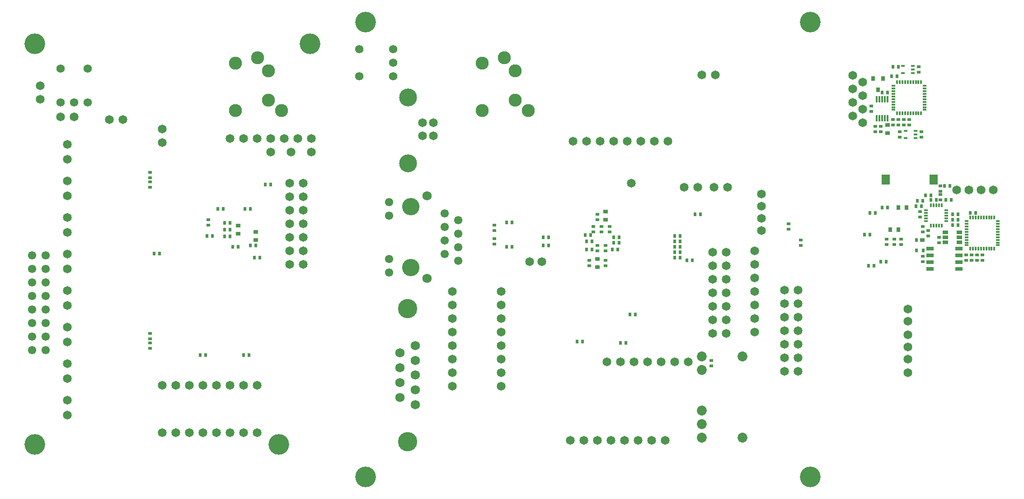
<source format=gbs>
G04 (created by PCBNEW-RS274X (2010-03-14)-final) date Thu 07 Oct 2010 02:40:11 PM EDT*
G01*
G70*
G90*
%MOIN*%
G04 Gerber Fmt 3.4, Leading zero omitted, Abs format*
%FSLAX34Y34*%
G04 APERTURE LIST*
%ADD10C,0.001000*%
%ADD11R,0.025600X0.021700*%
%ADD12R,0.021700X0.025600*%
%ADD13R,0.037400X0.025600*%
%ADD14C,0.065000*%
%ADD15C,0.142000*%
%ADD16C,0.068900*%
%ADD17C,0.072900*%
%ADD18C,0.131900*%
%ADD19C,0.062000*%
%ADD20R,0.011800X0.049200*%
%ADD21R,0.011800X0.027600*%
%ADD22R,0.027600X0.011800*%
%ADD23C,0.128000*%
%ADD24C,0.061100*%
%ADD25R,0.025600X0.035500*%
%ADD26R,0.044000X0.025600*%
%ADD27R,0.018500X0.025600*%
%ADD28R,0.033500X0.029600*%
%ADD29R,0.011800X0.025600*%
%ADD30R,0.025600X0.011800*%
%ADD31R,0.025600X0.037400*%
%ADD32R,0.061100X0.072900*%
%ADD33C,0.096500*%
%ADD34R,0.057100X0.029600*%
%ADD35R,0.025600X0.017700*%
%ADD36C,0.152000*%
G04 APERTURE END LIST*
G54D10*
G54D11*
X27900Y13197D03*
X27900Y12803D03*
X28300Y13197D03*
X28300Y12803D03*
X29100Y12803D03*
X29100Y13197D03*
X25900Y14497D03*
X25900Y14103D03*
X23100Y14347D03*
X23100Y13953D03*
X15700Y13903D03*
X15700Y14297D03*
X14800Y15497D03*
X14800Y15103D03*
X23300Y23197D03*
X23300Y22803D03*
X21200Y22303D03*
X21200Y22697D03*
X23000Y22297D03*
X23000Y21903D03*
X24600Y21903D03*
X24600Y22297D03*
G54D12*
X-24903Y16600D03*
X-25297Y16600D03*
X-25803Y13800D03*
X-26197Y13800D03*
X-28597Y05800D03*
X-28203Y05800D03*
X-05603Y13800D03*
X-05997Y13800D03*
G54D11*
X-06900Y15003D03*
X-06900Y15397D03*
G54D12*
X-05997Y15600D03*
X-05603Y15600D03*
X06797Y13800D03*
X06403Y13800D03*
X06403Y13400D03*
X06797Y13400D03*
X07697Y12800D03*
X07303Y12800D03*
X07903Y16200D03*
X08297Y16200D03*
X06403Y14200D03*
X06797Y14200D03*
X06797Y14600D03*
X06403Y14600D03*
X-02903Y13900D03*
X-03297Y13900D03*
X-02903Y14500D03*
X-03297Y14500D03*
G54D11*
X-06900Y14003D03*
X-06900Y14397D03*
X01000Y14903D03*
X01000Y15297D03*
G54D12*
X01903Y14500D03*
X02297Y14500D03*
G54D11*
X01600Y14903D03*
X01600Y15297D03*
G54D12*
X01803Y13600D03*
X02197Y13600D03*
G54D11*
X01300Y12403D03*
X01300Y12797D03*
X00100Y12403D03*
X00100Y12797D03*
G54D12*
X00297Y14200D03*
X-00097Y14200D03*
X00297Y13600D03*
X-00097Y13600D03*
X01903Y14100D03*
X02297Y14100D03*
G54D11*
X01300Y13897D03*
X01300Y13503D03*
X00700Y13897D03*
X00700Y13503D03*
G54D13*
X22100Y22205D03*
X22100Y22795D03*
X00700Y12895D03*
X00700Y12305D03*
G54D14*
X09400Y26500D03*
X08400Y26500D03*
X09300Y18200D03*
X10300Y18200D03*
X-20400Y21800D03*
X-21400Y21800D03*
X-22400Y21800D03*
X-23400Y21800D03*
X-24400Y21800D03*
X-25400Y21800D03*
X-26400Y21800D03*
X14500Y10600D03*
X15500Y10600D03*
X14500Y09600D03*
X15500Y09600D03*
X14500Y08600D03*
X15500Y08600D03*
X14500Y07600D03*
X15500Y07600D03*
X14500Y06600D03*
X15500Y06600D03*
X14500Y05600D03*
X15500Y05600D03*
X14500Y04600D03*
X15500Y04600D03*
X05700Y-00500D03*
X04700Y-00500D03*
X02700Y-00500D03*
X01700Y-00500D03*
X00700Y-00500D03*
X-00300Y-00500D03*
X-01300Y-00500D03*
X03700Y-00500D03*
X-01100Y21600D03*
X-00100Y21600D03*
X01900Y21600D03*
X02900Y21600D03*
X03900Y21600D03*
X04900Y21600D03*
X05900Y21600D03*
X00900Y21600D03*
G54D15*
X-13300Y09219D03*
G54D16*
X-12741Y06493D03*
X-12741Y05402D03*
X-12741Y04312D03*
X-12741Y03221D03*
X-12741Y02130D03*
X-13859Y05947D03*
X-13859Y04857D03*
X-13859Y03766D03*
X-13859Y02676D03*
G54D15*
X-13300Y-00620D03*
G54D17*
X08400Y05700D03*
X08400Y04700D03*
X08400Y01700D03*
X08400Y00700D03*
X08400Y-00300D03*
X11400Y-00300D03*
X11400Y05700D03*
G54D18*
X-13260Y24841D03*
X-13260Y19959D03*
G54D14*
X-12193Y22963D03*
X-11406Y22963D03*
X-11406Y21979D03*
X-12193Y21979D03*
G54D19*
X-14350Y26400D03*
X-14350Y27400D03*
X-14350Y28400D03*
X-16850Y28400D03*
X-16850Y26400D03*
G54D20*
X22092Y23310D03*
X21896Y23310D03*
X21700Y23310D03*
X21504Y23310D03*
X21308Y23310D03*
X21308Y24689D03*
X21504Y24689D03*
X21700Y24689D03*
X21896Y24689D03*
X22092Y24689D03*
G54D21*
X29986Y13648D03*
X29789Y13648D03*
X29592Y13648D03*
X29395Y13648D03*
X29198Y13648D03*
X29002Y13648D03*
X28805Y13648D03*
X28608Y13648D03*
X28411Y13648D03*
X28214Y13648D03*
X28214Y15952D03*
X28411Y15952D03*
X28608Y15952D03*
X28805Y15952D03*
X29002Y15952D03*
X29198Y15952D03*
X29395Y15952D03*
X29592Y15952D03*
X29789Y15952D03*
X29986Y15952D03*
G54D22*
X27948Y13914D03*
X27948Y14111D03*
X27948Y14308D03*
X27948Y14505D03*
X27948Y14702D03*
X27948Y14898D03*
X27948Y15095D03*
X27948Y15292D03*
X27948Y15489D03*
X27948Y15686D03*
X30252Y15686D03*
X30252Y15489D03*
X30252Y15292D03*
X30252Y15095D03*
X30252Y14898D03*
X30252Y14702D03*
X30252Y14505D03*
X30252Y14308D03*
X30252Y14111D03*
X30252Y13914D03*
G54D21*
X24586Y23648D03*
X24389Y23648D03*
X24192Y23648D03*
X23995Y23648D03*
X23798Y23648D03*
X23602Y23648D03*
X23405Y23648D03*
X23208Y23648D03*
X23011Y23648D03*
X22814Y23648D03*
X22814Y25952D03*
X23011Y25952D03*
X23208Y25952D03*
X23405Y25952D03*
X23602Y25952D03*
X23798Y25952D03*
X23995Y25952D03*
X24192Y25952D03*
X24389Y25952D03*
X24586Y25952D03*
G54D22*
X22548Y23914D03*
X22548Y24111D03*
X22548Y24308D03*
X22548Y24505D03*
X22548Y24702D03*
X22548Y24898D03*
X22548Y25095D03*
X22548Y25292D03*
X22548Y25489D03*
X22548Y25686D03*
X24852Y25686D03*
X24852Y25489D03*
X24852Y25292D03*
X24852Y25095D03*
X24852Y24898D03*
X24852Y24702D03*
X24852Y24505D03*
X24852Y24308D03*
X24852Y24111D03*
X24852Y23914D03*
G54D23*
X-13051Y16749D03*
X-13051Y12249D03*
G54D16*
X-11850Y17552D03*
X-11850Y11448D03*
G54D24*
X-14649Y17109D03*
X-14649Y11889D03*
X-14649Y16109D03*
X-14649Y12889D03*
X-10551Y16249D03*
X-09551Y15749D03*
X-10551Y15249D03*
X-09551Y14749D03*
X-10551Y14249D03*
X-09551Y13749D03*
X-10551Y13249D03*
X-09551Y12749D03*
G54D25*
X21400Y25387D03*
X21026Y26213D03*
X21774Y26213D03*
G54D26*
X27412Y14874D03*
X27412Y14500D03*
X27412Y14126D03*
X26388Y14126D03*
X26388Y14500D03*
X26388Y14874D03*
G54D14*
X23600Y08300D03*
X28100Y18000D03*
X23600Y09200D03*
X29000Y18000D03*
X27200Y18000D03*
X29900Y18000D03*
X23600Y06400D03*
X23600Y07300D03*
X12800Y15000D03*
X12800Y15900D03*
X12800Y16800D03*
X12800Y17700D03*
X-38401Y21370D03*
X-38401Y20270D03*
X-38401Y13270D03*
X-38401Y12170D03*
X-38401Y15970D03*
X-38401Y14870D03*
X-38401Y05170D03*
X-38401Y04070D03*
X-38401Y02470D03*
X-38401Y01370D03*
X-38401Y07870D03*
X-38401Y06770D03*
X-38401Y10570D03*
X-38401Y09470D03*
X-38401Y18670D03*
X-38401Y17570D03*
X-24401Y03570D03*
X-27401Y03570D03*
X-28401Y03570D03*
X-29401Y03570D03*
X-30401Y03570D03*
X-10000Y08500D03*
X03200Y18500D03*
X-03400Y12700D03*
X-04300Y12700D03*
G54D12*
X27297Y15400D03*
X26903Y15400D03*
G54D11*
X28700Y13197D03*
X28700Y12803D03*
G54D12*
X28597Y16300D03*
X28203Y16300D03*
X26903Y15800D03*
X27297Y15800D03*
G54D14*
X12300Y07500D03*
X12300Y08500D03*
X12300Y09500D03*
X12300Y10500D03*
X12300Y11500D03*
X12300Y12500D03*
X12300Y13500D03*
G54D27*
X24236Y14304D03*
G54D28*
X24689Y14304D03*
G54D27*
X24748Y13516D03*
X24236Y13516D03*
G54D11*
X24700Y13097D03*
X24700Y12703D03*
G54D14*
X23600Y05500D03*
X23600Y04500D03*
G54D29*
X25700Y15352D03*
X25897Y15352D03*
X26094Y15352D03*
X25503Y15352D03*
X25306Y15352D03*
X26094Y16848D03*
X25897Y16848D03*
X25700Y16848D03*
X25503Y16848D03*
X25306Y16848D03*
G54D30*
X26448Y16100D03*
X26448Y16297D03*
X26448Y16494D03*
X26448Y15903D03*
X26448Y15706D03*
X24952Y16100D03*
X24952Y16297D03*
X24952Y16494D03*
X24952Y15903D03*
X24952Y15706D03*
G54D11*
X26000Y17647D03*
X26000Y17253D03*
G54D12*
X25697Y17250D03*
X25303Y17250D03*
X24903Y17600D03*
X25297Y17600D03*
X24303Y17200D03*
X24697Y17200D03*
X24203Y16800D03*
X24597Y16800D03*
G54D11*
X26000Y17903D03*
X26000Y18297D03*
G54D12*
X26303Y18300D03*
X26697Y18300D03*
X27297Y16200D03*
X26903Y16200D03*
G54D11*
X25100Y14603D03*
X25100Y14997D03*
X24700Y14903D03*
X24700Y15297D03*
X22050Y14347D03*
X22050Y13953D03*
X22600Y14347D03*
X22600Y13953D03*
G54D31*
X22305Y15050D03*
X22895Y15050D03*
X22905Y16700D03*
X23495Y16700D03*
G54D12*
X20803Y16300D03*
X21197Y16300D03*
X21703Y16700D03*
X22097Y16700D03*
G54D11*
X24500Y16397D03*
X24500Y16003D03*
G54D12*
X26797Y17250D03*
X26403Y17250D03*
G54D32*
X25522Y18750D03*
X21979Y18750D03*
G54D12*
X20703Y12400D03*
X21097Y12400D03*
X21997Y12700D03*
X21603Y12700D03*
X20403Y14700D03*
X20797Y14700D03*
G54D11*
X24400Y26703D03*
X24400Y27097D03*
G54D12*
X22503Y27100D03*
X22897Y27100D03*
G54D11*
X21600Y22697D03*
X21600Y22303D03*
X22500Y23197D03*
X22500Y22803D03*
X22900Y23197D03*
X22900Y22803D03*
X23700Y22803D03*
X23700Y23197D03*
G54D12*
X22403Y26400D03*
X22797Y26400D03*
G54D11*
X20900Y24197D03*
X20900Y23803D03*
G54D14*
X-21000Y12500D03*
X-22000Y12500D03*
X-21000Y13500D03*
X-22000Y13500D03*
X-21000Y14500D03*
X-22000Y14500D03*
X-21000Y15500D03*
X-22000Y15500D03*
X-21000Y16500D03*
X-22000Y16500D03*
X-21000Y17500D03*
X-22000Y17500D03*
X-21000Y18500D03*
X-22000Y18500D03*
X-40400Y24700D03*
X-40400Y25700D03*
X-31400Y21500D03*
X-31400Y22500D03*
X-35300Y23200D03*
X-34300Y23200D03*
G54D12*
X-26404Y15570D03*
X-26798Y15570D03*
X-26404Y14570D03*
X-26798Y14570D03*
X-26404Y15070D03*
X-26798Y15070D03*
G54D13*
X-25801Y15365D03*
X-25801Y14775D03*
X-24500Y14895D03*
X-24500Y14305D03*
G54D12*
X-24597Y13000D03*
X-24203Y13000D03*
X-26903Y16600D03*
X-27297Y16600D03*
G54D14*
X-26401Y03570D03*
X-25401Y03570D03*
X-31401Y03570D03*
G54D12*
X-23403Y18400D03*
X-23797Y18400D03*
X-25397Y05800D03*
X-25003Y05800D03*
G54D14*
X-24401Y00070D03*
X-25401Y00070D03*
X-26401Y00070D03*
X-27401Y00070D03*
X-28401Y00070D03*
X-29401Y00070D03*
X-30401Y00070D03*
X-31401Y00070D03*
G54D19*
X-38900Y24450D03*
X-37900Y24450D03*
X-36900Y24450D03*
X-36900Y26950D03*
X-38900Y26950D03*
G54D14*
X01400Y05300D03*
X02400Y05300D03*
X03400Y05300D03*
X04400Y05300D03*
X05400Y05300D03*
X06400Y05300D03*
X07400Y05300D03*
X10200Y07400D03*
X09200Y07400D03*
X10200Y08400D03*
X09200Y08400D03*
X10200Y09400D03*
X09200Y09400D03*
X10200Y10400D03*
X09200Y10400D03*
X10200Y11400D03*
X09200Y11400D03*
X10200Y12400D03*
X09200Y12400D03*
X10200Y13400D03*
X09200Y13400D03*
X07100Y18200D03*
X08100Y18200D03*
G54D11*
X00400Y14903D03*
X00400Y15297D03*
G54D12*
X00197Y14670D03*
X-00197Y14670D03*
G54D11*
X00700Y16197D03*
X00700Y15803D03*
G54D13*
X01300Y15805D03*
X01300Y16395D03*
G54D14*
X-06400Y08500D03*
X-06400Y09500D03*
X-06400Y10500D03*
X-06400Y07500D03*
X-06400Y06500D03*
X-06400Y05500D03*
X-06400Y04500D03*
X-06400Y03500D03*
G54D12*
X03103Y08800D03*
X03497Y08800D03*
X-00797Y06800D03*
X-00403Y06800D03*
X02403Y06700D03*
X02797Y06700D03*
G54D14*
X-10000Y10500D03*
X-10000Y09500D03*
X-10000Y07500D03*
X-10000Y06500D03*
X-10000Y05500D03*
X-10000Y04500D03*
X-10000Y03500D03*
G54D24*
X-41001Y13170D03*
X-40001Y13170D03*
X-41001Y12170D03*
X-40001Y12170D03*
X-41001Y11170D03*
X-40001Y11170D03*
X-41001Y10170D03*
X-40001Y10170D03*
X-41001Y09170D03*
X-40001Y09170D03*
X-41001Y08170D03*
X-40001Y08170D03*
X-41001Y07170D03*
X-40001Y07170D03*
X-41001Y06170D03*
X-40001Y06170D03*
G54D14*
X20275Y22950D03*
X19525Y23450D03*
X20275Y23950D03*
X19525Y24450D03*
X20275Y24950D03*
X19525Y25450D03*
X20275Y25950D03*
X19525Y26450D03*
G54D12*
X21703Y25200D03*
X22097Y25200D03*
X-31997Y13300D03*
X-31603Y13300D03*
G54D33*
X-24359Y27749D03*
X-23572Y26804D03*
X-23572Y24639D03*
X-22607Y23851D03*
X-25993Y23851D03*
X-25993Y27355D03*
X-06159Y27749D03*
X-05372Y26804D03*
X-05372Y24639D03*
X-04407Y23851D03*
X-07793Y23851D03*
X-07793Y27355D03*
G54D34*
X25237Y12150D03*
X25237Y12650D03*
X25237Y13150D03*
X25237Y13650D03*
X27363Y13650D03*
X27363Y13150D03*
X27363Y12650D03*
X27363Y12150D03*
G54D35*
X23974Y27156D03*
X23974Y26900D03*
X23974Y26644D03*
X23226Y26644D03*
X23226Y27156D03*
X24174Y22356D03*
X24174Y22100D03*
X24174Y21844D03*
X23426Y21844D03*
X23426Y22356D03*
G54D12*
X06797Y13000D03*
X06403Y13000D03*
G54D11*
X-32300Y07003D03*
X-32300Y07397D03*
X-32300Y18903D03*
X-32300Y19297D03*
X-32300Y06697D03*
X-32300Y06303D03*
X-32300Y18597D03*
X-32300Y18203D03*
G54D12*
X-24897Y13900D03*
X-24503Y13900D03*
G54D11*
X-28000Y15797D03*
X-28000Y15403D03*
G54D12*
X-28097Y14600D03*
X-27703Y14600D03*
G54D11*
X09100Y05003D03*
X09100Y05397D03*
G54D36*
X-20500Y28800D03*
X-40800Y28800D03*
X-40800Y-00800D03*
X-22800Y-00800D03*
X-16400Y30400D03*
X16400Y30400D03*
X16400Y-03200D03*
X-16400Y-03200D03*
G54D14*
X-20400Y20800D03*
X-23400Y20800D03*
X-21900Y20800D03*
X-37900Y23400D03*
X-38900Y23400D03*
M02*

</source>
